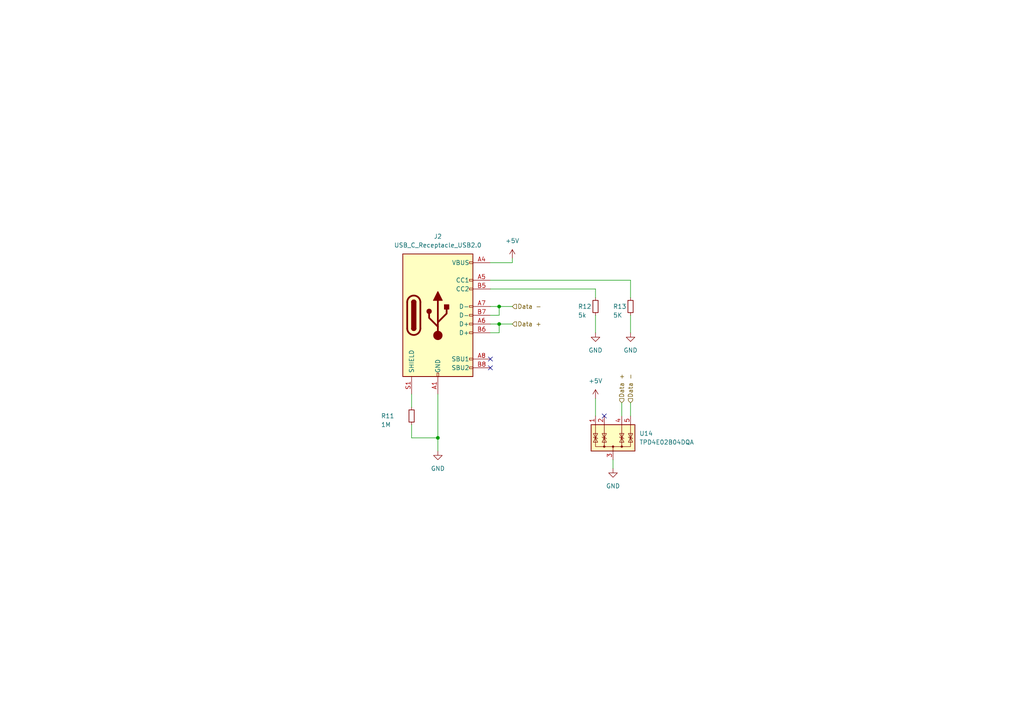
<source format=kicad_sch>
(kicad_sch (version 20211123) (generator eeschema)
  (paper "A4")
  (lib_symbols
    (symbol "Connector:USB_C_Receptacle_USB2.0" (pin_names (offset 1.016))
      (property "Reference" "J" (at -10.16 19.05 0))
      (property "Value" "USB_C_Receptacle_USB2.0" (at 19.05 19.05 0))
      (symbol "USB_C_Receptacle_USB2.0_0_0"
        (rectangle (start -0.254 -17.78) (end 0.254 -16.764))
        (rectangle (start 10.16 -14.986) (end 9.144 -15.494))
        (rectangle (start 10.16 -12.446) (end 9.144 -12.954))
        (rectangle (start 10.16 -4.826) (end 9.144 -5.334))
        (rectangle (start 10.16 -2.286) (end 9.144 -2.794))
        (rectangle (start 10.16 0.254) (end 9.144 -0.254))
        (rectangle (start 10.16 2.794) (end 9.144 2.286))
        (rectangle (start 10.16 7.874) (end 9.144 7.366))
        (rectangle (start 10.16 10.414) (end 9.144 9.906))
        (rectangle (start 10.16 15.494) (end 9.144 14.986))
      )
      (symbol "USB_C_Receptacle_USB2.0_0_1"
        (rectangle (start -10.16 17.78) (end 10.16 -17.78) (stroke (width 0.254)) (fill (type background)))
        (arc (start -8.89 -3.81) (mid -6.985 -5.715) (end -5.08 -3.81) (stroke (width 0.508)))
        (arc (start -7.62 -3.81) (mid -6.985 -4.445) (end -6.35 -3.81) (stroke (width 0.254)))
        (arc (start -7.62 -3.81) (mid -6.985 -4.445) (end -6.35 -3.81) (stroke (width 0.254)) (fill (type outline)))
        (rectangle (start -7.62 -3.81) (end -6.35 3.81) (stroke (width 0.254)) (fill (type outline)))
        (arc (start -6.35 3.81) (mid -6.985 4.445) (end -7.62 3.81) (stroke (width 0.254)))
        (arc (start -6.35 3.81) (mid -6.985 4.445) (end -7.62 3.81) (stroke (width 0.254)) (fill (type outline)))
        (arc (start -5.08 3.81) (mid -6.985 5.715) (end -8.89 3.81) (stroke (width 0.508)))
        (circle (center -2.54 1.143) (radius 0.635) (stroke (width 0.254)) (fill (type outline)))
        (circle (center 0 -5.842) (radius 1.27) (fill (type outline)))
        (polyline (pts (xy -8.89 -3.81) (xy -8.89 3.81)) (stroke (width 0.508)))
        (polyline (pts (xy -5.08 3.81) (xy -5.08 -3.81)) (stroke (width 0.508)))
        (polyline (pts (xy 0 -5.842) (xy 0 4.318)) (stroke (width 0.508)))
        (polyline (pts (xy 0 -3.302) (xy -2.54 -0.762) (xy -2.54 0.508)) (stroke (width 0.508)))
        (polyline (pts (xy 0 -2.032) (xy 2.54 0.508) (xy 2.54 1.778)) (stroke (width 0.508)))
        (polyline (pts (xy -1.27 4.318) (xy 0 6.858) (xy 1.27 4.318) (xy -1.27 4.318)) (stroke (width 0.254)) (fill (type outline)))
        (rectangle (start 1.905 1.778) (end 3.175 3.048) (stroke (width 0.254)) (fill (type outline)))
      )
      (symbol "USB_C_Receptacle_USB2.0_1_1"
        (pin passive line (at 0 -22.86 90) (length 5.08) (name "GND") (number "A1"))
        (pin passive line (at 0 -22.86 90) (length 5.08) hide (name "GND") (number "A12"))
        (pin passive line (at 15.24 15.24 180) (length 5.08) (name "VBUS") (number "A4"))
        (pin bidirectional line (at 15.24 10.16 180) (length 5.08) (name "CC1") (number "A5"))
        (pin bidirectional line (at 15.24 -2.54 180) (length 5.08) (name "D+") (number "A6"))
        (pin bidirectional line (at 15.24 2.54 180) (length 5.08) (name "D-") (number "A7"))
        (pin bidirectional line (at 15.24 -12.7 180) (length 5.08) (name "SBU1") (number "A8"))
        (pin passive line (at 15.24 15.24 180) (length 5.08) hide (name "VBUS") (number "A9"))
        (pin passive line (at 0 -22.86 90) (length 5.08) hide (name "GND") (number "B1"))
        (pin passive line (at 0 -22.86 90) (length 5.08) hide (name "GND") (number "B12"))
        (pin passive line (at 15.24 15.24 180) (length 5.08) hide (name "VBUS") (number "B4"))
        (pin bidirectional line (at 15.24 7.62 180) (length 5.08) (name "CC2") (number "B5"))
        (pin bidirectional line (at 15.24 -5.08 180) (length 5.08) (name "D+") (number "B6"))
        (pin bidirectional line (at 15.24 0 180) (length 5.08) (name "D-") (number "B7"))
        (pin bidirectional line (at 15.24 -15.24 180) (length 5.08) (name "SBU2") (number "B8"))
        (pin passive line (at 15.24 15.24 180) (length 5.08) hide (name "VBUS") (number "B9"))
        (pin passive line (at -7.62 -22.86 90) (length 5.08) (name "SHIELD") (number "S1"))
      )
    )
    (symbol "Device:R_Small" (pin_numbers hide) (pin_names (offset 0.254) hide)
      (property "Reference" "R" (at 0.762 0.508 0))
      (property "Value" "R_Small" (at 0.762 -1.016 0))
      (symbol "R_Small_0_1"
        (rectangle (start -0.762 1.778) (end 0.762 -1.778) (stroke (width 0.2032)))
      )
      (symbol "R_Small_1_1"
        (pin passive line (at 0 2.54 270) (length 0.762) (name "~") (number "1"))
        (pin passive line (at 0 -2.54 90) (length 0.762) (name "~") (number "2"))
      )
    )
    (symbol "Power_Protection:TPD4E02B04DQA" (pin_names hide)
      (property "Reference" "U" (at 7.62 3.81 0))
      (property "Value" "TPD4E02B04DQA" (at 7.62 1.905 0))
      (symbol "TPD4E02B04DQA_0_0"
        (pin passive line (at 0 -5.08 90) (length 2.54) (name "G") (number "3"))
      )
      (symbol "TPD4E02B04DQA_0_1"
        (rectangle (start -6.35 5.08) (end 6.35 -2.54) (stroke (width 0.254)) (fill (type background)))
        (circle (center 0 -1.27) (radius 0.254) (fill (type outline)))
        (polyline (pts (xy -2.54 5.08) (xy -2.54 -1.27)))
        (polyline (pts (xy 0 -1.27) (xy 0 -2.54)))
        (polyline (pts (xy 2.54 5.08) (xy 2.54 -1.27)))
        (polyline (pts (xy -5.08 5.08) (xy -5.08 -1.27) (xy 5.08 -1.27) (xy 5.08 5.08)))
        (polyline (pts (xy -4.445 0) (xy -5.715 0) (xy -5.08 1.27) (xy -4.445 0)))
        (polyline (pts (xy -3.175 1.524) (xy -2.921 1.27) (xy -2.159 1.27) (xy -1.905 1.016)))
        (polyline (pts (xy -2.54 1.27) (xy -1.905 0) (xy -3.175 0) (xy -2.54 1.27)))
        (polyline (pts (xy 2.54 1.27) (xy 1.905 0) (xy 3.175 0) (xy 2.54 1.27)))
        (polyline (pts (xy 5.08 1.27) (xy 4.445 0) (xy 5.715 0) (xy 5.08 1.27)))
        (circle (center 2.54 -1.27) (radius 0.254) (fill (type outline)))
      )
      (symbol "TPD4E02B04DQA_1_1"
        (circle (center -2.54 -1.27) (radius 0.254) (fill (type outline)))
        (polyline (pts (xy -5.715 1.524) (xy -5.461 1.27) (xy -4.699 1.27) (xy -4.445 1.016)))
        (polyline (pts (xy -5.08 1.27) (xy -5.715 2.54) (xy -4.445 2.54) (xy -5.08 1.27)))
        (polyline (pts (xy -2.54 1.27) (xy -3.175 2.54) (xy -1.905 2.54) (xy -2.54 1.27)))
        (polyline (pts (xy 1.905 1.524) (xy 2.159 1.27) (xy 2.921 1.27) (xy 3.175 1.016)))
        (polyline (pts (xy 2.54 1.27) (xy 1.905 2.54) (xy 3.175 2.54) (xy 2.54 1.27)))
        (polyline (pts (xy 4.445 1.524) (xy 4.699 1.27) (xy 5.461 1.27) (xy 5.715 1.016)))
        (polyline (pts (xy 5.08 1.27) (xy 4.445 2.54) (xy 5.715 2.54) (xy 5.08 1.27)))
        (pin passive line (at -5.08 7.62 270) (length 2.54) (name "IO1") (number "1"))
        (pin no_connect line (at -5.08 -2.54 90) (length 2.54) hide (name "NC") (number "10"))
        (pin passive line (at -2.54 7.62 270) (length 2.54) (name "IO2") (number "2"))
        (pin passive line (at 2.54 7.62 270) (length 2.54) (name "IO3") (number "4"))
        (pin passive line (at 5.08 7.62 270) (length 2.54) (name "IO4") (number "5"))
        (pin no_connect line (at 5.08 -2.54 90) (length 2.54) hide (name "NC") (number "6"))
        (pin no_connect line (at 2.54 -2.54 90) (length 2.54) hide (name "NC") (number "7"))
        (pin passive line (at 0 -5.08 90) (length 2.54) hide (name "G") (number "8"))
        (pin no_connect line (at -2.54 -2.54 90) (length 2.54) hide (name "NC") (number "9"))
      )
    )
    (symbol "power:+5V" (power) (pin_names (offset 0))
      (property "Value" "+5V" (at 0 3.556 0))
      (symbol "+5V_0_1"
        (polyline (pts (xy -0.762 1.27) (xy 0 2.54)))
        (polyline (pts (xy 0 0) (xy 0 2.54)))
        (polyline (pts (xy 0 2.54) (xy 0.762 1.27)))
      )
      (symbol "+5V_1_1"
        (pin power_in line (at 0 0 90) (length 0) hide (name "+5V") (number "1"))
      )
    )
    (symbol "power:GND" (power) (pin_names (offset 0))
      (property "Value" "GND" (at 0 -3.81 0))
      (symbol "GND_0_1"
        (polyline (pts (xy 0 0) (xy 0 -1.27) (xy 1.27 -1.27) (xy 0 -2.54) (xy -1.27 -1.27) (xy 0 -1.27)))
      )
      (symbol "GND_1_1"
        (pin power_in line (at 0 0 270) (length 0) hide (name "GND") (number "1"))
      )
    )
  )
  (junction (at 144.78 88.9))
  (junction (at 144.78 93.98))
  (junction (at 127 127))
  (no_connect (at 175.26 120.65))
  (no_connect (at 142.24 106.68))
  (no_connect (at 142.24 104.14))
  (wire (pts (xy 119.38 127) (xy 127 127)))
  (wire (pts (xy 142.24 93.98) (xy 144.78 93.98)))
  (wire (pts (xy 182.88 120.65) (xy 182.88 116.84)))
  (wire (pts (xy 172.72 83.82) (xy 172.72 86.36)))
  (wire (pts (xy 180.34 120.65) (xy 180.34 116.84)))
  (wire (pts (xy 142.24 76.2) (xy 148.59 76.2)))
  (wire (pts (xy 144.78 93.98) (xy 148.59 93.98)))
  (wire (pts (xy 142.24 83.82) (xy 172.72 83.82)))
  (wire (pts (xy 142.24 91.44) (xy 144.78 91.44)))
  (wire (pts (xy 144.78 88.9) (xy 148.59 88.9)))
  (wire (pts (xy 127 127) (xy 127 130.81)))
  (wire (pts (xy 119.38 123.19) (xy 119.38 127)))
  (wire (pts (xy 148.59 76.2) (xy 148.59 74.93)))
  (wire (pts (xy 144.78 96.52) (xy 144.78 93.98)))
  (wire (pts (xy 177.8 133.35) (xy 177.8 135.89)))
  (wire (pts (xy 144.78 91.44) (xy 144.78 88.9)))
  (wire (pts (xy 182.88 91.44) (xy 182.88 96.52)))
  (wire (pts (xy 182.88 81.28) (xy 182.88 86.36)))
  (wire (pts (xy 127 114.3) (xy 127 127)))
  (wire (pts (xy 119.38 114.3) (xy 119.38 118.11)))
  (wire (pts (xy 142.24 96.52) (xy 144.78 96.52)))
  (wire (pts (xy 142.24 81.28) (xy 182.88 81.28)))
  (wire (pts (xy 172.72 115.57) (xy 172.72 120.65)))
  (wire (pts (xy 172.72 91.44) (xy 172.72 96.52)))
  (wire (pts (xy 142.24 88.9) (xy 144.78 88.9)))
  (hierarchical_label "Data +" (shape input) (at 180.34 116.84 90))
  (hierarchical_label "Data -" (shape input) (at 182.88 116.84 90))
  (hierarchical_label "Data +" (shape input) (at 148.59 93.98 0))
  (hierarchical_label "Data -" (shape input) (at 148.59 88.9 0))
  (symbol (lib_id "power:GND") (at 127 130.81 0) (unit 1)
    (property "Reference" "#PWR059" (effects hide))
    (property "Value" "GND" (at 127 135.89 0))
  )
  (symbol (lib_id "Device:R_Small") (at 119.38 120.65 0) (unit 1)
    (property "Reference" "R11" (at 110.49 120.65 0) (effects (justify left)))
    (property "Value" "1M" (at 110.49 123.19 0) (effects (justify left)))
    (property "Footprint" "Resistor_SMD:R_0805_2012Metric" (effects hide))
  )
  (symbol (lib_id "Device:R_Small") (at 172.72 88.9 0) (unit 1)
    (property "Reference" "R12" (at 167.64 88.9 0) (effects (justify left)))
    (property "Value" "5k" (at 167.64 91.44 0) (effects (justify left)))
    (property "Footprint" "Resistor_SMD:R_0805_2012Metric" (effects hide))
  )
  (symbol (lib_id "power:GND") (at 172.72 96.52 0) (unit 1)
    (property "Reference" "#PWR061" (effects hide))
    (property "Value" "GND" (at 172.72 101.6 0))
  )
  (symbol (lib_id "power:+5V") (at 148.59 74.93 0) (unit 1)
    (property "Reference" "#PWR060" (effects hide))
    (property "Value" "+5V" (at 148.59 69.85 0))
  )
  (symbol (lib_id "Power_Protection:TPD4E02B04DQA") (at 177.8 128.27 0) (unit 1)
    (property "Reference" "U14" (at 185.42 125.7299 0) (effects (justify left)))
    (property "Value" "TPD4E02B04DQA" (at 185.42 128.2699 0) (effects (justify left)))
    (property "Footprint" "Package_SON:USON-10_2.5x1.0mm_P0.5mm" (effects hide))
    (property "Datasheet" "http://www.ti.com/lit/ds/symlink/tpd4e02b04.pdf" (effects hide))
  )
  (symbol (lib_id "power:GND") (at 182.88 96.52 0) (unit 1)
    (property "Reference" "#PWR064" (effects hide))
    (property "Value" "GND" (at 182.88 101.6 0))
  )
  (symbol (lib_id "Device:R_Small") (at 182.88 88.9 0) (unit 1)
    (property "Reference" "R13" (at 177.8 88.9 0) (effects (justify left)))
    (property "Value" "5K" (at 177.8 91.44 0) (effects (justify left)))
    (property "Footprint" "Resistor_SMD:R_0805_2012Metric" (effects hide))
  )
  (symbol (lib_id "power:+5V") (at 172.72 115.57 0) (unit 1)
    (property "Reference" "#PWR062" (effects hide))
    (property "Value" "+5V" (at 172.72 110.49 0))
  )
  (symbol (lib_id "power:GND") (at 177.8 135.89 0) (unit 1)
    (property "Reference" "#PWR063" (effects hide))
    (property "Value" "GND" (at 177.8 140.97 0))
  )
  (symbol (lib_id "Connector:USB_C_Receptacle_USB2.0") (at 127 91.44 0) (unit 1)
    (property "Reference" "J2" (at 127 68.58 0))
    (property "Value" "USB_C_Receptacle_USB2.0" (at 127 71.12 0))
    (property "Footprint" "Connector_USB:USB_C_Receptacle_XKB_U262-16XN-4BVC11" (effects hide))
    (property "Datasheet" "https://www.usb.org/sites/default/files/documents/usb_type-c.zip" (effects hide))
  )
)
</source>
